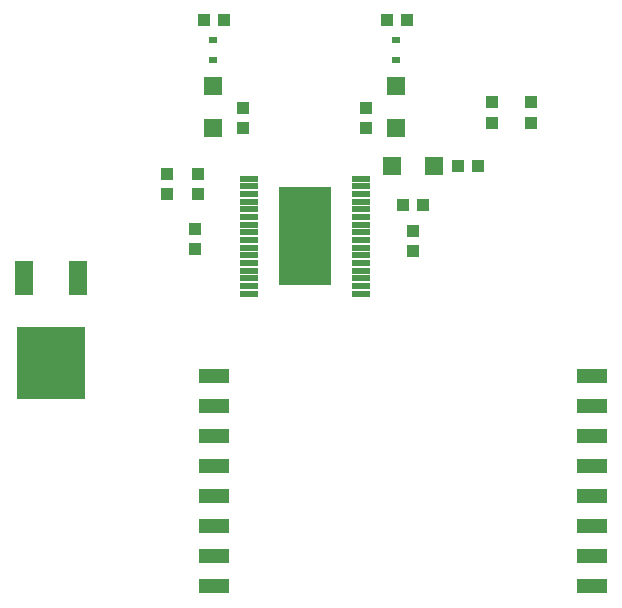
<source format=gtp>
G04 EAGLE Gerber RS-274X export*
G75*
%MOMM*%
%FSLAX34Y34*%
%LPD*%
%INSolderpaste Top*%
%IPPOS*%
%AMOC8*
5,1,8,0,0,1.08239X$1,22.5*%
G01*
%ADD10R,1.000000X1.100000*%
%ADD11R,1.100000X1.000000*%
%ADD12R,0.800000X0.600000*%
%ADD13R,1.500000X1.500000*%
%ADD14R,1.602800X0.475200*%
%ADD15R,4.445000X8.382000*%
%ADD16R,2.540000X1.270000*%
%ADD17R,1.600000X3.000000*%
%ADD18R,5.800000X6.200000*%


D10*
X196730Y376250D03*
X196730Y393250D03*
X194190Y346260D03*
X194190Y329260D03*
D11*
X218200Y523500D03*
X201200Y523500D03*
D10*
X378340Y344990D03*
X378340Y327990D03*
D11*
X369840Y366970D03*
X386840Y366970D03*
X356600Y523500D03*
X373600Y523500D03*
D12*
X209430Y506280D03*
X209430Y489280D03*
X364370Y506280D03*
X364370Y489280D03*
D13*
X364370Y467020D03*
X364370Y432020D03*
X209430Y467020D03*
X209430Y432020D03*
X360840Y399990D03*
X395840Y399990D03*
D10*
X416830Y399990D03*
X433830Y399990D03*
D11*
X234830Y449130D03*
X234830Y432130D03*
X170060Y393250D03*
X170060Y376250D03*
X338970Y449130D03*
X338970Y432130D03*
D14*
X239355Y389050D03*
X239355Y382550D03*
X239355Y376050D03*
X239355Y369550D03*
X239355Y363050D03*
X239355Y356550D03*
X239355Y350050D03*
X239355Y343550D03*
X239355Y337050D03*
X239355Y330550D03*
X239355Y324050D03*
X239355Y317550D03*
X239355Y311050D03*
X239355Y304550D03*
X239355Y298050D03*
X239355Y291550D03*
X334445Y291550D03*
X334445Y298050D03*
X334445Y304550D03*
X334445Y311050D03*
X334445Y317550D03*
X334445Y324050D03*
X334445Y330550D03*
X334445Y337050D03*
X334445Y343550D03*
X334445Y350050D03*
X334445Y356550D03*
X334445Y363050D03*
X334445Y369550D03*
X334445Y376050D03*
X334445Y382550D03*
X334445Y389050D03*
D15*
X286900Y340300D03*
D16*
X210000Y44100D03*
X210000Y120300D03*
X210000Y145700D03*
X210000Y69500D03*
X210000Y94900D03*
X210000Y171100D03*
X210000Y196500D03*
X210000Y221900D03*
X530000Y44100D03*
X530000Y69500D03*
X530000Y94900D03*
X530000Y120300D03*
X530000Y145700D03*
X530000Y171100D03*
X530000Y196500D03*
X530000Y221900D03*
D17*
X95000Y305000D03*
X49300Y305000D03*
D18*
X72150Y233200D03*
D11*
X478000Y453500D03*
X478000Y436500D03*
X445000Y453500D03*
X445000Y436500D03*
M02*

</source>
